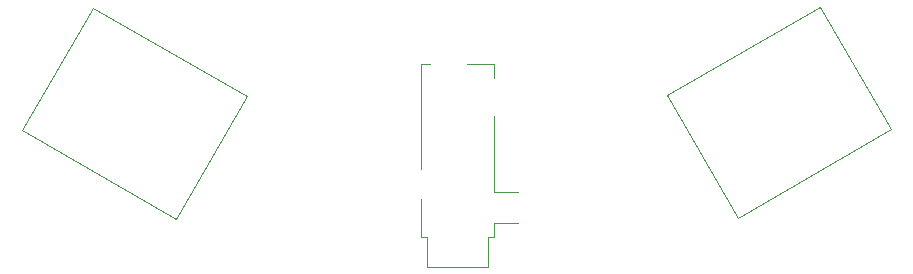
<source format=gbr>
%TF.GenerationSoftware,KiCad,Pcbnew,(6.0.5)*%
%TF.CreationDate,2022-06-19T20:20:05-05:00*%
%TF.ProjectId,GBOYAudioBreakout,47424f59-4175-4646-996f-427265616b6f,rev?*%
%TF.SameCoordinates,Original*%
%TF.FileFunction,Legend,Top*%
%TF.FilePolarity,Positive*%
%FSLAX46Y46*%
G04 Gerber Fmt 4.6, Leading zero omitted, Abs format (unit mm)*
G04 Created by KiCad (PCBNEW (6.0.5)) date 2022-06-19 20:20:05*
%MOMM*%
%LPD*%
G01*
G04 APERTURE LIST*
%ADD10C,0.120000*%
G04 APERTURE END LIST*
D10*
%TO.C,LS2*%
X148326191Y-189970848D02*
X154326191Y-200363153D01*
X154326191Y-200363153D02*
X141335810Y-207863153D01*
X135335810Y-197470848D02*
X148326191Y-189970848D01*
X141335810Y-207863153D02*
X135335810Y-197470848D01*
%TO.C,LS1*%
X86778810Y-190065848D02*
X99769191Y-197565848D01*
X93769191Y-207958153D02*
X80778810Y-200458153D01*
X80778810Y-200458153D02*
X86778810Y-190065848D01*
X99769191Y-197565848D02*
X93769191Y-207958153D01*
%TO.C,J1*%
X120700000Y-209500000D02*
X120200000Y-209500000D01*
X120200000Y-212000000D02*
X115000000Y-212000000D01*
X120700000Y-208300000D02*
X120700000Y-209500000D01*
X120700000Y-208300000D02*
X122700000Y-208300000D01*
X114500000Y-203700000D02*
X114500000Y-194800000D01*
X115000000Y-209500000D02*
X114500000Y-209500000D01*
X118450000Y-194800000D02*
X120700000Y-194800000D01*
X120700000Y-194800000D02*
X120700000Y-196000000D01*
X114500000Y-209500000D02*
X114500000Y-206300000D01*
X120200000Y-209500000D02*
X120200000Y-212000000D01*
X120700000Y-205700000D02*
X122700000Y-205700000D01*
X120700000Y-199200000D02*
X120700000Y-205700000D01*
X114500000Y-194800000D02*
X115250000Y-194800000D01*
X115000000Y-212000000D02*
X115000000Y-209500000D01*
%TD*%
M02*

</source>
